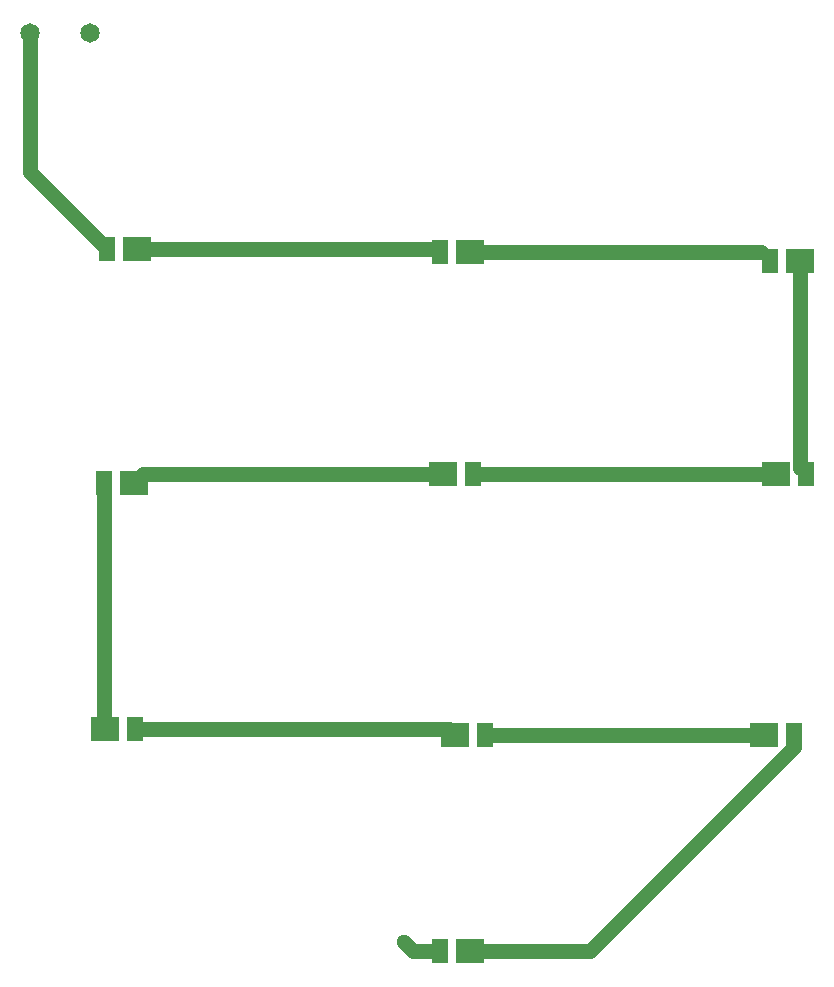
<source format=gbr>
%TF.GenerationSoftware,KiCad,Pcbnew,9.0.7*%
%TF.CreationDate,2026-02-25T22:42:44-06:00*%
%TF.ProjectId,grow_lights,67726f77-5f6c-4696-9768-74732e6b6963,rev?*%
%TF.SameCoordinates,Original*%
%TF.FileFunction,Copper,L1,Top*%
%TF.FilePolarity,Positive*%
%FSLAX46Y46*%
G04 Gerber Fmt 4.6, Leading zero omitted, Abs format (unit mm)*
G04 Created by KiCad (PCBNEW 9.0.7) date 2026-02-25 22:42:44*
%MOMM*%
%LPD*%
G01*
G04 APERTURE LIST*
%TA.AperFunction,ComponentPad*%
%ADD10C,1.650000*%
%TD*%
%TA.AperFunction,SMDPad,CuDef*%
%ADD11R,1.420000X2.100000*%
%TD*%
%TA.AperFunction,SMDPad,CuDef*%
%ADD12R,2.490000X2.100000*%
%TD*%
%TA.AperFunction,ViaPad*%
%ADD13C,1.300000*%
%TD*%
%TA.AperFunction,Conductor*%
%ADD14C,1.300000*%
%TD*%
%TA.AperFunction,Conductor*%
%ADD15C,0.200000*%
%TD*%
G04 APERTURE END LIST*
D10*
%TO.P,J11,1,Pin_1*%
%TO.N,LEDS*%
X110536000Y-58928000D03*
%TO.P,J11,2,Pin_2*%
%TO.N,LED-*%
X115616000Y-58928000D03*
%TD*%
D11*
%TO.P,LED6,1,A*%
%TO.N,LEDS*%
X117078000Y-77216000D03*
D12*
%TO.P,LED6,2,K*%
%TO.N,Net-(LED6-K)*%
X119623000Y-77216000D03*
%TD*%
%TO.P,LED10,1,A*%
%TO.N,Net-(LED10-A)*%
X147828000Y-136652000D03*
D11*
%TO.P,LED10,2,K*%
%TO.N,LED-*%
X145283000Y-136652000D03*
%TD*%
%TO.P,LED4,1,A*%
%TO.N,Net-(LED2-K)*%
X148082000Y-96266000D03*
D12*
%TO.P,LED4,2,K*%
%TO.N,Net-(LED1-A)*%
X145537000Y-96266000D03*
%TD*%
%TO.P,LED1,1,A*%
%TO.N,Net-(LED1-A)*%
X119396000Y-97028000D03*
D11*
%TO.P,LED1,2,K*%
%TO.N,Net-(LED1-K)*%
X116851000Y-97028000D03*
%TD*%
%TO.P,LED7,1,A*%
%TO.N,Net-(LED6-K)*%
X145283000Y-77470000D03*
D12*
%TO.P,LED7,2,K*%
%TO.N,Net-(LED7-K)*%
X147828000Y-77470000D03*
%TD*%
%TO.P,LED5,1,A*%
%TO.N,Net-(LED3-K)*%
X146553000Y-118364000D03*
D11*
%TO.P,LED5,2,K*%
%TO.N,Net-(LED5-K)*%
X149098000Y-118364000D03*
%TD*%
D12*
%TO.P,LED9,1,A*%
%TO.N,Net-(LED5-K)*%
X172715000Y-118364000D03*
D11*
%TO.P,LED9,2,K*%
%TO.N,Net-(LED10-A)*%
X175260000Y-118364000D03*
%TD*%
D12*
%TO.P,LED3,1,A*%
%TO.N,Net-(LED1-K)*%
X116878000Y-117856000D03*
D11*
%TO.P,LED3,2,K*%
%TO.N,Net-(LED3-K)*%
X119423000Y-117856000D03*
%TD*%
%TO.P,LED8,1,A*%
%TO.N,Net-(LED7-K)*%
X173217000Y-78232000D03*
D12*
%TO.P,LED8,2,K*%
%TO.N,Net-(LED2-A)*%
X175762000Y-78232000D03*
%TD*%
D11*
%TO.P,LED2,1,A*%
%TO.N,Net-(LED2-A)*%
X176276000Y-96266000D03*
D12*
%TO.P,LED2,2,K*%
%TO.N,Net-(LED2-K)*%
X173731000Y-96266000D03*
%TD*%
D13*
%TO.N,LED-*%
X142240000Y-135890000D03*
%TD*%
D14*
%TO.N,LED-*%
X142240000Y-135890000D02*
X143002000Y-136652000D01*
X143002000Y-136652000D02*
X145283000Y-136652000D01*
%TO.N,LEDS*%
X110536000Y-70674000D02*
X117078000Y-77216000D01*
X110536000Y-58928000D02*
X110536000Y-70674000D01*
D15*
%TO.N,Net-(LED1-A)*%
X120158000Y-96266000D02*
X119396000Y-97028000D01*
D14*
X145537000Y-96266000D02*
X120158000Y-96266000D01*
D15*
%TO.N,Net-(LED1-K)*%
X116851000Y-117829000D02*
X116878000Y-117856000D01*
D14*
X116851000Y-97028000D02*
X116851000Y-117829000D01*
%TO.N,Net-(LED2-K)*%
X173731000Y-96266000D02*
X148082000Y-96266000D01*
D15*
X148098000Y-96012000D02*
X147844000Y-96266000D01*
%TO.N,Net-(LED2-A)*%
X175762000Y-95752000D02*
X176276000Y-96266000D01*
D14*
X175762000Y-78232000D02*
X175762000Y-95752000D01*
D15*
X175762000Y-78232000D02*
X176276000Y-78746000D01*
%TO.N,Net-(LED3-K)*%
X146045000Y-117856000D02*
X146553000Y-118364000D01*
X146850000Y-117856000D02*
X147358000Y-118364000D01*
D14*
X119423000Y-117856000D02*
X146045000Y-117856000D01*
%TO.N,Net-(LED5-K)*%
X149098000Y-118364000D02*
X172715000Y-118364000D01*
%TO.N,Net-(LED6-K)*%
X119623000Y-77216000D02*
X145029000Y-77216000D01*
D15*
X145029000Y-77216000D02*
X145283000Y-77470000D01*
%TO.N,Net-(LED7-K)*%
X147828000Y-77470000D02*
X148590000Y-78232000D01*
X172455000Y-77470000D02*
X173217000Y-78232000D01*
D14*
X147828000Y-77470000D02*
X172455000Y-77470000D01*
D15*
%TO.N,Net-(LED10-A)*%
X175260000Y-118364000D02*
X175260000Y-119380000D01*
D14*
X157988000Y-136652000D02*
X147828000Y-136652000D01*
X175260000Y-119380000D02*
X157988000Y-136652000D01*
%TD*%
M02*

</source>
